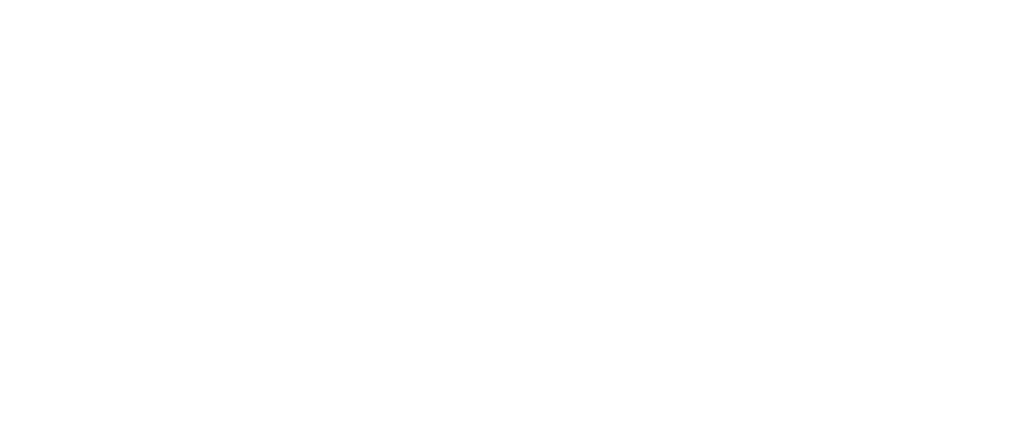
<source format=kicad_pcb>
(kicad_pcb
	(version 20241229)
	(generator "pcbnew")
	(generator_version "9.0")
	(general
		(thickness 1.6)
		(legacy_teardrops no)
	)
	(paper "A4")
	(layers
		(0 "F.Cu" signal)
		(2 "B.Cu" signal)
		(9 "F.Adhes" user "F.Adhesive")
		(11 "B.Adhes" user "B.Adhesive")
		(13 "F.Paste" user)
		(15 "B.Paste" user)
		(5 "F.SilkS" user "F.Silkscreen")
		(7 "B.SilkS" user "B.Silkscreen")
		(1 "F.Mask" user)
		(3 "B.Mask" user)
		(17 "Dwgs.User" user "User.Drawings")
		(19 "Cmts.User" user "User.Comments")
		(21 "Eco1.User" user "User.Eco1")
		(23 "Eco2.User" user "User.Eco2")
		(25 "Edge.Cuts" user)
		(27 "Margin" user)
		(31 "F.CrtYd" user "F.Courtyard")
		(29 "B.CrtYd" user "B.Courtyard")
		(35 "F.Fab" user)
		(33 "B.Fab" user)
		(39 "User.1" user)
		(41 "User.2" user)
		(43 "User.3" user)
		(45 "User.4" user)
	)
	(setup
		(pad_to_mask_clearance 0)
		(allow_soldermask_bridges_in_footprints no)
		(tenting front back)
		(pcbplotparams
			(layerselection 0x00000000_00000000_55555555_5755f5ff)
			(plot_on_all_layers_selection 0x00000000_00000000_00000000_00000000)
			(disableapertmacros no)
			(usegerberextensions no)
			(usegerberattributes yes)
			(usegerberadvancedattributes yes)
			(creategerberjobfile yes)
			(dashed_line_dash_ratio 12.000000)
			(dashed_line_gap_ratio 3.000000)
			(svgprecision 4)
			(plotframeref no)
			(mode 1)
			(useauxorigin no)
			(hpglpennumber 1)
			(hpglpenspeed 20)
			(hpglpendiameter 15.000000)
			(pdf_front_fp_property_popups yes)
			(pdf_back_fp_property_popups yes)
			(pdf_metadata yes)
			(pdf_single_document no)
			(dxfpolygonmode yes)
			(dxfimperialunits yes)
			(dxfusepcbnewfont yes)
			(psnegative no)
			(psa4output no)
			(plot_black_and_white yes)
			(sketchpadsonfab no)
			(plotpadnumbers no)
			(hidednponfab no)
			(sketchdnponfab yes)
			(crossoutdnponfab yes)
			(subtractmaskfromsilk no)
			(outputformat 1)
			(mirror no)
			(drillshape 1)
			(scaleselection 1)
			(outputdirectory "")
		)
	)
	(net 0 "")
	(gr_poly
		(pts
			(xy 171.59336 127.455794) (xy 157.59336 127.455794) (xy 157.59336 113.455794) (xy 171.59336 113.455794)
		)
		(stroke
			(width 0.009999)
			(type solid)
			(color 255 0 0 1)
		)
		(fill no)
		(layer "Dwgs.User")
		(uuid "076a62f2-074a-44c6-ad1b-4155dfcc1340")
	)
	(gr_poly
		(pts
			(xy 209.693366 89.355792) (xy 195.693366 89.355792) (xy 195.693366 75.355792) (xy 209.693366 75.355792)
		)
		(stroke
			(width 0.009999)
			(type solid)
			(color 255 0 0 1)
		)
		(fill no)
		(layer "Dwgs.User")
		(uuid "08dc1e05-5fff-48bc-90f7-a5293126eca1")
	)
	(gr_poly
		(pts
			(xy 152.543365 108.405791) (xy 138.543365 108.405791) (xy 138.543365 94.405791) (xy 152.543365 94.405791)
		)
		(stroke
			(width 0.009999)
			(type solid)
			(color 255 0 0 1)
		)
		(fill no)
		(layer "Dwgs.User")
		(uuid "142e2141-8e34-4cfb-adb9-5f2eb100b8a5")
	)
	(gr_poly
		(pts
			(xy 97.489609 88.489617) (xy 97.662078 88.502731) (xy 97.832039 88.524328) (xy 97.999279 88.554194)
			(xy 98.163585 88.592115) (xy 98.324743 88.637879) (xy 98.48254 88.691271) (xy 98.636763 88.752079)
			(xy 98.787197 88.820089) (xy 98.933631 88.895087) (xy 99.075849 88.976861) (xy 99.21364 89.065196)
			(xy 99.346789 89.15988) (xy 99.475083 89.260699) (xy 99.598309 89.36744) (xy 99.716254 89.47989)
			(xy 99.828703 89.597834) (xy 99.935444 89.72106) (xy 100.036264 89.849354) (xy 100.130948 89.982503)
			(xy 100.219284 90.120293) (xy 100.301058 90.262512) (xy 100.376056 90.408945) (xy 100.444066 90.55938)
			(xy 100.504874 90.713603) (xy 100.558267 90.8714) (xy 100.60403 91.032558) (xy 100.641952 91.196865)
			(xy 100.671818 91.364105) (xy 100.693415 91.534067) (xy 100.706529 91.706537) (xy 100.710948 91.881301)
			(xy 100.706529 92.056064) (xy 100.693415 92.228534) (xy 100.671818 92.398496) (xy 100.641952 92.565737)
			(xy 100.60403 92.730043) (xy 100.558267 92.891201) (xy 100.504874 93.048999) (xy 100.444066 93.203221)
			(xy 100.376056 93.353656) (xy 100.301058 93.500089) (xy 100.219284 93.642308) (xy 100.130948 93.780098)
			(xy 100.036264 93.913247) (xy 99.935444 94.041542) (xy 99.828703 94.164767) (xy 99.716254 94.282712)
			(xy 99.598309 94.395161) (xy 99.475083 94.501902) (xy 99.346789 94.602721) (xy 99.21364 94.697405)
			(xy 99.075849 94.785741) (xy 98.933631 94.867514) (xy 98.787197 94.942513) (xy 98.636763 95.010522)
			(xy 98.48254 95.07133) (xy 98.324743 95.124722) (xy 98.163585 95.170486) (xy 97.999279 95.208407)
			(xy 97.832039 95.238273) (xy 97.662078 95.25987) (xy 97.489609 95.272985) (xy 97.314845 95.277404)
			(xy 97.140082 95.272985) (xy 96.967613 95.25987) (xy 96.797652 95.238273) (xy 96.630412 95.208407)
			(xy 96.466106 95.170486) (xy 96.304948 95.124722) (xy 96.147151 95.07133) (xy 95.992928 95.010522)
			(xy 95.842493 94.942513) (xy 95.69606 94.867514) (xy 95.553842 94.785741) (xy 95.416051 94.697405)
			(xy 95.282902 94.602721) (xy 95.154608 94.501902) (xy 95.031382 94.395161) (xy 94.913437 94.282712)
			(xy 94.800988 94.164767) (xy 94.694247 94.041542) (xy 94.593427 93.913247) (xy 94.498743 93.780098)
			(xy 94.410407 93.642308) (xy 94.328633 93.500089) (xy 94.253635 93.353656) (xy 94.185625 93.203221)
			(xy 94.124817 93.048999) (xy 94.071424 92.891201) (xy 94.025661 92.730043) (xy 93.987739 92.565737)
			(xy 93.957873 92.398496) (xy 93.936276 92.228534) (xy 93.923162 92.056064) (xy 93.918743 91.881301)
			(xy 93.923162 91.706537) (xy 93.936276 91.534067) (xy 93.957873 91.364105) (xy 93.987739 91.196865)
			(xy 94.025661 91.032558) (xy 94.071424 90.8714) (xy 94.124817 90.713603) (xy 94.185625 90.55938)
			(xy 94.253635 90.408945) (xy 94.328633 90.262512) (xy 94.410407 90.120293) (xy 94.498743 89.982503)
			(xy 94.593427 89.849354) (xy 94.694247 89.72106) (xy 94.800988 89.597834) (xy 94.913437 89.47989)
			(xy 95.031382 89.36744) (xy 95.154608 89.260699) (xy 95.282902 89.15988) (xy 95.416051 89.065196)
			(xy 95.553842 88.976861) (xy 95.69606 88.895087) (xy 95.842493 88.820089) (xy 95.992928 88.752079)
			(xy 96.147151 88.691271) (xy 96.304948 88.637879) (xy 96.466106 88.592115) (xy 96.630412 88.554194)
			(xy 96.797652 88.524328) (xy 96.967613 88.502731) (xy 97.140082 88.489617) (xy 97.314845 88.485198)
		)
		(stroke
			(width 0.007791)
			(type solid)
			(color 255 0 0 1)
		)
		(fill no)
		(layer "Dwgs.User")
		(uuid "19ce5cf0-7b68-4cd2-9470-2d9310a0787e")
	)
	(gr_poly
		(pts
			(xy 152.543365 70.305791) (xy 138.543365 70.305791) (xy 138.543365 56.305792) (xy 152.543365 56.305792)
		)
		(stroke
			(width 0.009999)
			(type solid)
			(color 255 0 0 1)
		)
		(fill no)
		(layer "Dwgs.User")
		(uuid "214085ff-d39d-4b2e-ab08-83de213e0cd6")
	)
	(gr_poly
		(pts
			(xy 133.493362 127.455794) (xy 119.493362 127.455794) (xy 119.493362 113.455794) (xy 133.493362 113.455794)
		)
		(stroke
			(width 0.009999)
			(type solid)
			(color 255 0 0 1)
		)
		(fill no)
		(layer "Dwgs.User")
		(uuid "2346b3c1-49e8-4da0-8a09-a2eaf97564ff")
	)
	(gr_poly
		(pts
			(xy 152.543365 127.455794) (xy 138.543365 127.455794) (xy 138.543365 113.455794) (xy 152.543365 113.455794)
		)
		(stroke
			(width 0.009999)
			(type solid)
			(color 255 0 0 1)
		)
		(fill no)
		(layer "Dwgs.User")
		(uuid "3134ee6d-14c3-4c2e-a69b-1d1aa6f02153")
	)
	(gr_poly
		(pts
			(xy 212.21836 129.981795) (xy 116.968368 129.981795) (xy 116.968368 53.780792) (xy 212.21836 53.780792)
		)
		(stroke
			(width 0.009999)
			(type solid)
			(color 255 0 0 1)
		)
		(fill no)
		(layer "Dwgs.User")
		(uuid "3724ad30-d4cf-4855-ab99-0b27210bdf5a")
	)
	(gr_poly
		(pts
			(xy 152.543365 89.355792) (xy 138.543365 89.355792) (xy 138.543365 75.355792) (xy 152.543365 75.355792)
		)
		(stroke
			(width 0.009999)
			(type solid)
			(color 255 0 0 1)
		)
		(fill no)
		(layer "Dwgs.User")
		(uuid "3aef6dfc-7404-489a-af15-d9059f38bc86")
	)
	(gr_poly
		(pts
			(xy 145.678229 109.37845) (xy 145.75425 109.38423) (xy 145.829167 109.39375) (xy 145.902884 109.406915)
			(xy 145.975308 109.42363) (xy 146.046344 109.443802) (xy 146.115899 109.467337) (xy 146.183878 109.49414)
			(xy 146.250187 109.524118) (xy 146.314733 109.557176) (xy 146.377421 109.593221) (xy 146.438157 109.632158)
			(xy 146.496848 109.673894) (xy 146.553398 109.718334) (xy 146.607714 109.765384) (xy 146.659703 109.81495)
			(xy 146.709269 109.866938) (xy 146.756319 109.921254) (xy 146.800759 109.977804) (xy 146.842495 110.036494)
			(xy 146.881432 110.09723) (xy 146.917477 110.159918) (xy 146.950535 110.224463) (xy 146.980513 110.290772)
			(xy 147.007317 110.358751) (xy 147.030851 110.428305) (xy 147.051023 110.499341) (xy 147.067739 110.571764)
			(xy 147.080903 110.645481) (xy 147.090423 110.720397) (xy 147.096204 110.796418) (xy 147.098152 110.87345)
			(xy 147.096204 110.950484) (xy 147.090423 111.026506) (xy 147.080903 111.101423) (xy 147.067739 111.175141)
			(xy 147.051023 111.247565) (xy 147.030851 111.318602) (xy 147.007317 111.388157) (xy 146.980513 111.456136)
			(xy 146.950535 111.522446) (xy 146.917477 111.586992) (xy 146.881432 111.649681) (xy 146.842495 111.710417)
			(xy 146.800759 111.769108) (xy 146.756319 111.825658) (xy 146.709269 111.879975) (xy 146.659703 111.931964)
			(xy 146.607714 111.98153) (xy 146.553398 112.02858) (xy 146.496848 112.07302) (xy 146.438157 112.114756)
			(xy 146.377421 112.153693) (xy 146.314733 112.189738) (xy 146.250187 112.222797) (xy 146.183878 112.252775)
			(xy 146.115899 112.279578) (xy 146.046344 112.303113) (xy 145.975308 112.323285) (xy 145.902884 112.340001)
			(xy 145.829167 112.353165) (xy 145.75425 112.362685) (xy 145.678229 112.368466) (xy 145.601196 112.370413)
			(xy 145.524163 112.368466) (xy 145.448141 112.362685) (xy 145.373225 112.353165) (xy 145.299507 112.340001)
			(xy 145.227084 112.323285) (xy 145.156048 112.303113) (xy 145.086493 112.279578) (xy 145.018514 112.252775)
			(xy 144.952204 112.222797) (xy 144.887658 112.189738) (xy 144.82497 112.153693) (xy 144.764234 112.114756)
			(xy 144.705544 112.07302) (xy 144.648994 112.02858) (xy 144.594677 111.98153) (xy 144.542689 111.931964)
			(xy 144.493123 111.879975) (xy 144.446072 111.825658) (xy 144.401633 111.769108) (xy 144.359897 111.710417)
			(xy 144.32096 111.649681) (xy 144.284915 111.586992) (xy 144.251856 111.522446) (xy 144.221878 111.456136)
			(xy 144.195075 111.388157) (xy 144.17154 111.318602) (xy 144.151368 111.247565) (xy 144.134653 111.175141)
			(xy 144.121488 111.101423) (xy 144.111968 111.026506) (xy 144.106188 110.950484) (xy 144.10424 110.87345)
			(xy 144.106188 110.796418) (xy 144.111968 110.720397) (xy 144.121488 110.645481) (xy 144.134653 110.571764)
			(xy 144.151368 110.499341) (xy 144.17154 110.428305) (xy 144.195075 110.358751) (xy 144.221878 110.290772)
			(xy 144.251856 110.224463) (xy 144.284915 110.159918) (xy 144.32096 110.09723) (xy 144.359897 110.036494)
			(xy 144.401633 109.977804) (xy 144.446072 109.921254) (xy 144.493123 109.866938) (xy 144.542689 109.81495)
			(xy 144.594677 109.765384) (xy 144.648994 109.718334) (xy 144.705544 109.673894) (xy 144.764234 109.632158)
			(xy 144.82497 109.593221) (xy 144.887658 109.557176) (xy 144.952204 109.524118) (xy 145.018514 109.49414)
			(xy 145.086493 109.467337) (xy 145.156048 109.443802) (xy 145.227084 109.42363) (xy 145.299507 109.406915)
			(xy 145.373225 109.39375) (xy 145.448141 109.38423) (xy 145.524163 109.37845) (xy 145.601196 109.376502)
		)
		(stroke
			(width 0.009999)
			(type solid)
			(color 255 0 0 1)
		)
		(fill no)
		(layer "Dwgs.User")
		(uuid "43789ace-fdad-4f4a-866b-6ca65e817a0f")
	)
	(gr_poly
		(pts
			(xy 171.59336 70.305791) (xy 157.59336 70.305791) (xy 157.59336 56.305792) (xy 171.59336 56.305792)
		)
		(stroke
			(width 0.009999)
			(type solid)
			(color 255 0 0 1)
		)
		(fill no)
		(layer "Dwgs.User")
		(uuid "4afa27a6-1661-4461-80e6-6651bc542da2")
	)
	(gr_poly
		(pts
			(xy 97.489609 60.5) (xy 97.662078 60.513115) (xy 97.832039 60.534712) (xy 97.999279 60.564578) (xy 98.163585 60.602499)
			(xy 98.324743 60.648263) (xy 98.48254 60.701655) (xy 98.636763 60.762463) (xy 98.787197 60.830472)
			(xy 98.933631 60.905471) (xy 99.075849 60.987244) (xy 99.21364 61.07558) (xy 99.346789 61.170264)
			(xy 99.475083 61.271083) (xy 99.598309 61.377824) (xy 99.716254 61.490273) (xy 99.828703 61.608217)
			(xy 99.935444 61.731443) (xy 100.036264 61.859738) (xy 100.130948 61.992887) (xy 100.219284 62.130677)
			(xy 100.301058 62.272896) (xy 100.376056 62.419329) (xy 100.444066 62.569764) (xy 100.504874 62.723986)
			(xy 100.558267 62.881783) (xy 100.60403 63.042942) (xy 100.641952 63.207248) (xy 100.671818 63.374489)
			(xy 100.693415 63.544451) (xy 100.706529 63.71692) (xy 100.710948 63.891684) (xy 100.706529 64.066447)
			(xy 100.693415 64.238916) (xy 100.671818 64.408878) (xy 100.641952 64.576118) (xy 100.60403 64.740424)
			(xy 100.558267 64.901583) (xy 100.504874 65.05938) (xy 100.444066 65.213603) (xy 100.376056 65.364038)
			(xy 100.301058 65.510471) (xy 100.219284 65.65269) (xy 100.130948 65.790481) (xy 100.036264 65.92363)
			(xy 99.935444 66.051925) (xy 99.828703 66.175151) (xy 99.716254 66.293096) (xy 99.598309 66.405546)
			(xy 99.475083 66.512288) (xy 99.346789 66.613107) (xy 99.21364 66.707792) (xy 99.075849 66.796128)
			(xy 98.933631 66.877902) (xy 98.787197 66.952901) (xy 98.636763 67.020911) (xy 98.48254 67.081719)
			(xy 98.324743 67.135112) (xy 98.163585 67.180876) (xy 97.999279 67.218798) (xy 97.832039 67.248664)
			(xy 97.662078 67.270261) (xy 97.489609 67.283376) (xy 97.314845 67.287795) (xy 97.140082 67.283376)
			(xy 96.967613 67.270261) (xy 96.797652 67.248664) (xy 96.630412 67.218798) (xy 96.466106 67.180876)
			(xy 96.304948 67.135112) (xy 96.147151 67.081719) (xy 95.992928 67.020911) (xy 95.842493 66.952901)
			(xy 95.69606 66.877902) (xy 95.553842 66.796128) (xy 95.416051 66.707792) (xy 95.282902 66.613107)
			(xy 95.154608 66.512288) (xy 95.031382 66.405546) (xy 94.913437 66.293096) (xy 94.800988 66.175151)
			(xy 94.694247 66.051925) (xy 94.593427 65.92363) (xy 94.498743 65.790481) (xy 94.410407 65.65269)
			(xy 94.328633 65.510471) (xy 94.253635 65.364038) (xy 94.185625 65.213603) (xy 94.124817 65.05938)
			(xy 94.071424 64.901583) (xy 94.025661 64.740424) (xy 93.987739 64.576118) (xy 93.957873 64.408878)
			(xy 93.936276 64.238916) (xy 93.923162 64.066447) (xy 93.918743 63.891684) (xy 93.923162 63.716921)
			(xy 93.936276 63.544452) (xy 93.957873 63.374491) (xy 93.987739 63.20725) (xy 94.025661 63.042944)
			(xy 94.071424 62.881786) (xy 94.124817 62.723989) (xy 94.185625 62.569767) (xy 94.253635 62.419332)
			(xy 94.328633 62.272899) (xy 94.410407 62.13068) (xy 94.498743 61.99289) (xy 94.593427 61.859741)
			(xy 94.694247 61.731447) (xy 94.800988 61.608221) (xy 94.913437 61.490276) (xy 95.031382 61.377827)
			(xy 95.154608 61.271085) (xy 95.282902 61.170266) (xy 95.416051 61.075582) (xy 95.553842 60.987246)
			(xy 95.69606 60.905472) (xy 95.842493 60.830474) (xy 95.992928 60.762464) (xy 96.147151 60.701656)
			(xy 96.304948 60.648263) (xy 96.466106 60.6025) (xy 96.630412 60.564578) (xy 96.797652 60.534712)
			(xy 96.967613 60.513115) (xy 97.140082 60.5) (xy 97.314845 60.495581)
		)
		(stroke
			(width 0.007791)
			(type solid)
			(color 255 0 0 1)
		)
		(fill no)
		(layer "Dwgs.User")
		(uuid "6d64461d-b737-48ca-8b72-2930eb28a895")
	)
	(gr_poly
		(pts
			(xy 171.59336 108.405791) (xy 157.59336 108.405791) (xy 157.59336 94.405791) (xy 171.59336 94.405791)
		)
		(stroke
			(width 0.009999)
			(type solid)
			(color 255 0 0 1)
		)
		(fill no)
		(layer "Dwgs.User")
		(uuid "739419ae-38e5-495a-8bc8-b8c5ee5c737b")
	)
	(gr_poly
		(pts
			(xy 97.489609 116.479225) (xy 97.662078 116.49234) (xy 97.832039 116.513937) (xy 97.999279 116.543803)
			(xy 98.163585 116.581725) (xy 98.324743 116.627489) (xy 98.48254 116.680882) (xy 98.636763 116.74169)
			(xy 98.787197 116.8097) (xy 98.933631 116.884699) (xy 99.075849 116.966473) (xy 99.21364 117.054809)
			(xy 99.346789 117.149493) (xy 99.475083 117.250313) (xy 99.598309 117.357054) (xy 99.716254 117.469504)
			(xy 99.828703 117.587449) (xy 99.935444 117.710675) (xy 100.036264 117.838969) (xy 100.130948 117.972118)
			(xy 100.219284 118.109909) (xy 100.301058 118.252128) (xy 100.376056 118.398561) (xy 100.444066 118.548995)
			(xy 100.504874 118.703218) (xy 100.558267 118.861014) (xy 100.60403 119.022172) (xy 100.641952 119.186478)
			(xy 100.671818 119.353718) (xy 100.693415 119.523679) (xy 100.706529 119.696147) (xy 100.710948 119.870909)
			(xy 100.706529 120.045672) (xy 100.693415 120.21814) (xy 100.671818 120.388101) (xy 100.641952 120.555341)
			(xy 100.60403 120.719647) (xy 100.558267 120.880804) (xy 100.504874 121.038601) (xy 100.444066 121.192824)
			(xy 100.376056 121.343258) (xy 100.301058 121.489691) (xy 100.219284 121.63191) (xy 100.130948 121.7697)
			(xy 100.036264 121.90285) (xy 99.935444 122.031144) (xy 99.828703 122.15437) (xy 99.716254 122.272315)
			(xy 99.598309 122.384764) (xy 99.475083 122.491506) (xy 99.346789 122.592325) (xy 99.21364 122.68701)
			(xy 99.075849 122.775346) (xy 98.933631 122.85712) (xy 98.787197 122.932119) (xy 98.636763 123.000129)
			(xy 98.48254 123.060937) (xy 98.324743 123.11433) (xy 98.163585 123.160094) (xy 97.999279 123.198015)
			(xy 97.832039 123.227881) (xy 97.662078 123.249479) (xy 97.489609 123.262593) (xy 97.314845 123.267012)
			(xy 97.140082 123.262593) (xy 96.967613 123.249479) (xy 96.797652 123.227881) (xy 96.630412 123.198015)
			(xy 96.466106 123.160094) (xy 96.304948 123.11433) (xy 96.147151 123.060937) (xy 95.992928 123.000129)
			(xy 95.842493 122.932119) (xy 95.69606 122.85712) (xy 95.553842 122.775346) (xy 95.416051 122.68701)
			(xy 95.282902 122.592325) (xy 95.154608 122.491506) (xy 95.031382 122.384764) (xy 94.913437 122.272315)
			(xy 94.800988 122.15437) (xy 94.694247 122.031144) (xy 94.593427 121.90285) (xy 94.498743 121.7697)
			(xy 94.410407 121.63191) (xy 94.328633 121.489691) (xy 94.253635 121.343258) (xy 94.185625 121.192824)
			(xy 94.124817 121.038601) (xy 94.071424 120.880804) (xy 94.025661 120.719647) (xy 93.987739 120.555341)
			(xy 93.957873 120.388101) (xy 93.936276 120.21814) (xy 93.923162 120.045672) (xy 93.918743 119.870909)
			(xy 93.923162 119.696146) (xy 93.936276 119.523676) (xy 93.957873 119.353714) (xy 93.987739 119.186473)
			(xy 94.025661 119.022167) (xy 94.071424 118.861009) (xy 94.124817 118.703211) (xy 94.185625 118.548989)
			(xy 94.253635 118.398554) (xy 94.328633 118.252121) (xy 94.410407 118.109902) (xy 94.498743 117.972112)
			(xy 94.593427 117.838963) (xy 94.694247 117.710669) (xy 94.800988 117.587443) (xy 94.913437 117.469498)
			(xy 95.031382 117.357049) (xy 95.154608 117.250308) (xy 95.282902 117.149489) (xy 95.416051 117.054805)
			(xy 95.553842 116.966469) (xy 95.69606 116.884696) (xy 95.842493 116.809697) (xy 95.992928 116.741688)
			(xy 96.147151 116.68088) (xy 96.304948 116.627488) (xy 96.466106 116.581724) (xy 96.630412 116.543803)
			(xy 96.797652 116.513937) (xy 96.967613 116.49234) (xy 97.140082 116.479225) (xy 97.314845 116.474807)
		)
		(stroke
			(width 0.007791)
			(type solid)
			(color 255 0 0 1)
		)
		(fill no)
		(layer "Dwgs.User")
		(uuid "743052e2-7513-4cd4-be24-bc7002574bb9")
	)
	(gr_poly
		(pts
			(xy 183.662551 109.37845) (xy 183.738573 109.38423) (xy 183.81349 109.39375) (xy 183.887208 109.406915)
			(xy 183.959632 109.42363) (xy 184.030669 109.443802) (xy 184.100224 109.467337) (xy 184.168204 109.49414)
			(xy 184.234514 109.524118) (xy 184.29906 109.557176) (xy 184.361748 109.593221) (xy 184.422485 109.632158)
			(xy 184.481175 109.673894) (xy 184.537726 109.718334) (xy 184.592042 109.765384) (xy 184.644031 109.81495)
			(xy 184.693597 109.866938) (xy 184.740648 109.921254) (xy 184.785088 109.977804) (xy 184.826823 110.036494)
			(xy 184.865761 110.09723) (xy 184.901806 110.159918) (xy 184.934864 110.224463) (xy 184.964842 110.290772)
			(xy 184.991646 110.358751) (xy 185.01518 110.428305) (xy 185.035353 110.499341) (xy 185.052068 110.571764)
			(xy 185.065232 110.645481) (xy 185.074752 110.720397) (xy 185.080533 110.796418) (xy 185.082481 110.87345)
			(xy 185.080533 110.950484) (xy 185.074752 111.026506) (xy 185.065232 111.101423) (xy 185.052068 111.175141)
			(xy 185.035353 111.247565) (xy 185.01518 111.318602) (xy 184.991646 111.388157) (xy 184.964842 111.456136)
			(xy 184.934864 111.522446) (xy 184.901806 111.586992) (xy 184.865761 111.649681) (xy 184.826823 111.710417)
			(xy 184.785088 111.769108) (xy 184.740648 111.825658) (xy 184.693597 111.879975) (xy 184.644031 111.931964)
			(xy 184.592042 111.98153) (xy 184.537726 112.02858) (xy 184.481175 112.07302) (xy 184.422485 112.114756)
			(xy 184.361748 112.153693) (xy 184.29906 112.189738) (xy 184.234514 112.222797) (xy 184.168204 112.252775)
			(xy 184.100224 112.279578) (xy 184.030669 112.303113) (xy 183.959632 112.323285) (xy 183.887208 112.340001)
			(xy 183.81349 112.353165) (xy 183.738573 112.362685) (xy 183.662551 112.368466) (xy 183.585517 112.370413)
			(xy 183.508485 112.368466) (xy 183.432464 112.362685) (xy 183.357548 112.353165) (xy 183.283832 112.340001)
			(xy 183.211408 112.323285) (xy 183.140373 112.303113) (xy 183.070818 112.279578) (xy 183.00284 112.252775)
			(xy 182.936531 112.222797) (xy 182.871985 112.189738) (xy 182.809298 112.153693) (xy 182.748562 112.114756)
			(xy 182.689872 112.07302) (xy 182.633321 112.02858) (xy 182.579005 111.98153) (xy 182.527017 111.931964)
			(xy 182.477451 111.879975) (xy 182.430401 111.825658) (xy 182.385961 111.769108) (xy 182.344226 111.710417)
			(xy 182.305289 111.649681) (xy 182.269244 111.586992) (xy 182.236185 111.522446) (xy 182.206207 111.456136)
			(xy 182.179404 111.388157) (xy 182.155869 111.318602) (xy 182.135697 111.247565) (xy 182.118982 111.175141)
			(xy 182.105817 111.101423) (xy 182.096298 111.026506) (xy 182.090517 110.950484) (xy 182.088569 110.87345)
			(xy 182.090517 110.796418) (xy 182.096298 110.720397) (xy 182.105817 110.645481) (xy 182.118982 110.571764)
			(xy 182.135697 110.499341) (xy 182.155869 110.428305) (xy 182.179404 110.358751) (xy 182.206207 110.290772)
			(xy 182.236185 110.224463) (xy 182.269244 110.159918) (xy 182.305289 110.09723) (xy 182.344226 110.036494)
			(xy 182.385961 109.977804) (xy 182.430401 109.921254) (xy 182.477451 109.866938) (xy 182.527017 109.81495)
			(xy 182.579005 109.765384) (xy 182.633321 109.718334) (xy 182.689872 109.673894) (xy 182.748562 109.632158)
			(xy 182.809298 109.593221) (xy 182.871985 109.557176) (xy 182.936531 109.524118) (xy 183.00284 109.49414)
			(xy 183.070818 109.467337) (xy 183.140373 109.443802) (xy 183.211408 109.42363) (xy 183.283832 109.406915)
			(xy 183.357548 109.39375) (xy 183.432464 109.38423) (xy 183.508485 109.37845) (xy 183.585517 109.376502)
		)
		(stroke
			(width 0.009999)
			(type solid)
			(color 255 0 0 1)
		)
		(fill no)
		(layer "Dwgs.User")
		(uuid "7adf6da4-93d9-44df-a255-c2d2590c3a3a")
	)
	(gr_poly
		(pts
			(xy 69.5 88.489617) (xy 69.672469 88.502731) (xy 69.84243 88.524328) (xy 70.009671 88.554194) (xy 70.173976 88.592115)
			(xy 70.335135 88.637879) (xy 70.492932 88.691271) (xy 70.647154 88.752079) (xy 70.797589 88.820089)
			(xy 70.944022 88.895087) (xy 71.086241 88.976861) (xy 71.224031 89.065196) (xy 71.35718 89.15988)
			(xy 71.485474 89.260699) (xy 71.6087 89.36744) (xy 71.726645 89.47989) (xy 71.839094 89.597834) (xy 71.945835 89.72106)
			(xy 72.046655 89.849354) (xy 72.141339 89.982503) (xy 72.229675 90.120293) (xy 72.311449 90.262512)
			(xy 72.386447 90.408945) (xy 72.454457 90.55938) (xy 72.515265 90.713603) (xy 72.568658 90.8714)
			(xy 72.614421 91.032558) (xy 72.652343 91.196865) (xy 72.682209 91.364105) (xy 72.703806 91.534067)
			(xy 72.716921 91.706537) (xy 72.72134 91.881301) (xy 72.716921 92.056064) (xy 72.703806 92.228534)
			(xy 72.682209 92.398496) (xy 72.652343 92.565737) (xy 72.614421 92.730043) (xy 72.568658 92.891201)
			(xy 72.515265 93.048999) (xy 72.454457 93.203221) (xy 72.386447 93.353656) (xy 72.311449 93.500089)
			(xy 72.229675 93.642308) (xy 72.141339 93.780098) (xy 72.046655 93.913247) (xy 71.945835 94.041542)
			(xy 71.839094 94.164767) (xy 71.726645 94.282712) (xy 71.6087 94.395161) (xy 71.485474 94.501902)
			(xy 71.35718 94.602721) (xy 71.224031 94.697405) (xy 71.086241 94.785741) (xy 70.944022 94.867514)
			(xy 70.797589 94.942513) (xy 70.647154 95.010522) (xy 70.492932 95.07133) (xy 70.335135 95.124722)
			(xy 70.173976 95.170486) (xy 70.009671 95.208407) (xy 69.84243 95.238273) (xy 69.672469 95.25987)
			(xy 69.5 95.272985) (xy 69.325237 95.277404) (xy 69.150474 95.272985) (xy 68.978005 95.25987) (xy 68.808044 95.238273)
			(xy 68.640804 95.208407) (xy 68.476498 95.170486) (xy 68.31534 95.124722) (xy 68.157543 95.07133)
			(xy 68.003321 95.010522) (xy 67.852886 94.942513) (xy 67.706453 94.867514) (xy 67.564235 94.785741)
			(xy 67.426444 94.697405) (xy 67.293295 94.602721) (xy 67.165001 94.501902) (xy 67.041775 94.395161)
			(xy 66.92383 94.282712) (xy 66.81138 94.164767) (xy 66.704639 94.041542) (xy 66.60382 93.913247)
			(xy 66.509135 93.780098) (xy 66.420799 93.642308) (xy 66.339025 93.500089) (xy 66.264027 93.353656)
			(xy 66.196017 93.203221) (xy 66.135209 93.048999) (xy 66.081816 92.891201) (xy 66.036052 92.730043)
			(xy 65.998131 92.565737) (xy 65.968265 92.398496) (xy 65.946668 92.228534) (xy 65.933553 92.056064)
			(xy 65.929134 91.881301) (xy 65.933553 91.706537) (xy 65.946668 91.534067) (xy 65.968265 91.364105)
			(xy 65.998131 91.196865) (xy 66.036052 91.032558) (xy 66.081816 90.8714) (xy 66.135209 90.713603)
			(xy 66.196017 90.55938) (xy 66.264027 90.408945) (xy 66.339025 90.262512) (xy 66.420799 90.120293)
			(xy 66.509135 89.982503) (xy 66.60382 89.849354) (xy 66.704639 89.72106) (xy 66.81138 89.597834)
			(xy 66.92383 89.47989) (xy 67.041775 89.36744) (xy 67.165001 89.260699) (xy 67.293295 89.15988) (xy 67.426444 89.065196)
			(xy 67.564235 88.976861) (xy 67.706453 88.895087) (xy 67.852886 88.820089) (xy 68.003321 88.752079)
			(xy 68.157543 88.691271) (xy 68.31534 88.637879) (xy 68.476498 88.592115) (xy 68.640804 88.554194)
			(xy 68.808044 88.524328) (xy 68.978005 88.502731) (xy 69.150474 88.489617) (xy 69.325237 88.485198)
		)
		(stroke
			(width 0.007791)
			(type solid)
			(color 255 0 0 1)
		)
		(fill no)
		(layer "Dwgs.User")
		(uuid "7bc1c7b5-d959-4c23-b49d-dd8a254b319d")
	)
	(gr_poly
		(pts
			(xy 190.643363 108.405791) (xy 176.643363 108.405791) (xy 176.643363 94.405791) (xy 190.643363 94.405791)
		)
		(stroke
			(width 0.009999)
			(type solid)
			(color 255 0 0 1)
		)
		(fill no)
		(layer "Dwgs.User")
		(uuid "9daf7a06-5846-49ab-8791-7caa3f0a16af")
	)
	(gr_poly
		(pts
			(xy 190.643363 127.455794) (xy 176.643363 127.455794) (xy 176.643363 113.455794) (xy 190.643363 113.455794)
		)
		(stroke
			(width 0.009999)
			(type solid)
			(color 255 0 0 1)
		)
		(fill no)
		(layer "Dwgs.User")
		(uuid "a4cc8e07-d6e8-4b0a-afe2-dde446eec533")
	)
	(gr_poly
		(pts
			(xy 145.678236 71.394128) (xy 145.754257 71.399909) (xy 145.829173 71.409428) (xy 145.902889 71.422593)
			(xy 145.975312 71.439308) (xy 146.046348 71.45948) (xy 146.115902 71.483015) (xy 146.183881 71.509819)
			(xy 146.25019 71.539796) (xy 146.314735 71.572855) (xy 146.377423 71.6089) (xy 146.438159 71.647837)
			(xy 146.496849 71.689572) (xy 146.553399 71.734012) (xy 146.607715 71.781062) (xy 146.659704 71.830628)
			(xy 146.70927 71.882616) (xy 146.75632 71.936932) (xy 146.800759 71.993483) (xy 146.842495 72.052173)
			(xy 146.881432 72.112909) (xy 146.917477 72.175596) (xy 146.950535 72.240142) (xy 146.980513 72.306451)
			(xy 147.007317 72.374429) (xy 147.030851 72.443984) (xy 147.051023 72.515019) (xy 147.067739 72.587443)
			(xy 147.080903 72.661159) (xy 147.090423 72.736075) (xy 147.096204 72.812096) (xy 147.098152 72.889128)
			(xy 147.096204 72.966162) (xy 147.090423 73.042184) (xy 147.080903 73.117102) (xy 147.067739 73.190819)
			(xy 147.051023 73.263243) (xy 147.030851 73.33428) (xy 147.007317 73.403835) (xy 146.980513 73.471815)
			(xy 146.950535 73.538125) (xy 146.917477 73.602671) (xy 146.881432 73.665359) (xy 146.842495 73.726096)
			(xy 146.800759 73.784786) (xy 146.75632 73.841337) (xy 146.70927 73.895653) (xy 146.659704 73.947642)
			(xy 146.607715 73.997208) (xy 146.553399 74.044259) (xy 146.496849 74.088699) (xy 146.438159 74.130434)
			(xy 146.377423 74.169372) (xy 146.314735 74.205417) (xy 146.25019 74.238475) (xy 146.183881 74.268453)
			(xy 146.115902 74.295257) (xy 146.046348 74.318791) (xy 145.975312 74.338964) (xy 145.902889 74.355679)
			(xy 145.829173 74.368844) (xy 145.754257 74.378363) (xy 145.678236 74.384144) (xy 145.601203 74.386092)
			(xy 145.52417 74.384144) (xy 145.448147 74.378363) (xy 145.37323 74.368844) (xy 145.299513 74.355679)
			(xy 145.227089 74.338964) (xy 145.156052 74.318791) (xy 145.086497 74.295257) (xy 145.018518 74.268453)
			(xy 144.952209 74.238475) (xy 144.887663 74.205417) (xy 144.824975 74.169372) (xy 144.764239 74.130434)
			(xy 144.705548 74.088699) (xy 144.648998 74.044259) (xy 144.594682 73.997208) (xy 144.542694 73.947642)
			(xy 144.493127 73.895653) (xy 144.446078 73.841337) (xy 144.401638 73.784786) (xy 144.359902 73.726096)
			(xy 144.320965 73.665359) (xy 144.284921 73.602671) (xy 144.251863 73.538125) (xy 144.221885 73.471815)
			(xy 144.195082 73.403835) (xy 144.171547 73.33428) (xy 144.151375 73.263243) (xy 144.13466 73.190819)
			(xy 144.121496 73.117102) (xy 144.111976 73.042184) (xy 144.106195 72.966162) (xy 144.104247 72.889128)
			(xy 144.106195 72.812096) (xy 144.111976 72.736075) (xy 144.121496 72.661159) (xy 144.13466 72.587443)
			(xy 144.151376 72.515019) (xy 144.171548 72.443984) (xy 144.195083 72.374429) (xy 144.221886 72.306451)
			(xy 144.251864 72.240142) (xy 144.284922 72.175596) (xy 144.320967 72.112909) (xy 144.359905 72.052173)
			(xy 144.40164 71.993483) (xy 144.44608 71.936932) (xy 144.49313 71.882616) (xy 144.542696 71.830628)
			(xy 144.594685 71.781062) (xy 144.649001 71.734012) (xy 144.705552 71.689572) (xy 144.764242 71.647837)
			(xy 144.824978 71.6089) (xy 144.887666 71.572855) (xy 144.952212 71.539796) (xy 145.018521 71.509819)
			(xy 145.0865 71.483015) (xy 145.156055 71.45948) (xy 145.227091 71.439308) (xy 145.299515 71.422593)
			(xy 145.373232 71.409428) (xy 145.448149 71.399909) (xy 145.52417 71.394128) (xy 145.601203 71.39218)
		)
		(stroke
			(width 0.009999)
			(type solid)
			(color 255 0 0 1)
		)
		(fill no)
		(layer "Dwgs.User")
		(uuid "a823622f-781a-495a-8b77-9db3a5974841")
	)
	(gr_poly
		(pts
			(xy 190.643363 70.305791) (xy 176.643363 70.305791) (xy 176.643363 56.305792) (xy 190.643363 56.305792)
		)
		(stroke
			(width 0.009999)
			(type solid)
			(color 255 0 0 1)
		)
		(fill no)
		(layer "Dwgs.User")
		(uuid "b84c029e-02eb-4130-9735-db0c3859e698")
	)
	(gr_poly
		(pts
			(xy 190.643363 89.355792) (xy 176.643363 89.355792) (xy 176.643363 75.355792) (xy 190.643363 75.355792)
		)
		(stroke
			(width 0.009999)
			(type solid)
			(color 255 0 0 1)
		)
		(fill no)
		(layer "Dwgs.User")
		(uuid "b90fbc34-af65-421c-b713-761fd5141797")
	)
	(gr_poly
		(pts
			(xy 69.5 60.5) (xy 69.672469 60.513115) (xy 69.84243 60.534712) (xy 70.009671 60.564578) (xy 70.173976 60.602499)
			(xy 70.335135 60.648263) (xy 70.492932 60.701655) (xy 70.647154 60.762463) (xy 70.797589 60.830472)
			(xy 70.944022 60.905471) (xy 71.086241 60.987244) (xy 71.224031 61.07558) (xy 71.35718 61.170264)
			(xy 71.485474 61.271083) (xy 71.6087 61.377824) (xy 71.726645 61.490273) (xy 71.839094 61.608217)
			(xy 71.945835 61.731443) (xy 72.046655 61.859738) (xy 72.141339 61.992887) (xy 72.229675 62.130677)
			(xy 72.311449 62.272896) (xy 72.386447 62.419329) (xy 72.454457 62.569764) (xy 72.515265 62.723986)
			(xy 72.568658 62.881783) (xy 72.614421 63.042942) (xy 72.652343 63.207248) (xy 72.682209 63.374489)
			(xy 72.703806 63.544451) (xy 72.716921 63.71692) (xy 72.72134 63.891684) (xy 72.716921 64.066447)
			(xy 72.703806 64.238916) (xy 72.682209 64.408878) (xy 72.652343 64.576118) (xy 72.614421 64.740424)
			(xy 72.568658 64.901583) (xy 72.515265 65.05938) (xy 72.454457 65.213603) (xy 72.386447 65.364038)
			(xy 72.311449 65.510471) (xy 72.229675 65.65269) (xy 72.141339 65.790481) (xy 72.046655 65.92363)
			(xy 71.945835 66.051925) (xy 71.839094 66.175151) (xy 71.726645 66.293096) (xy 71.6087 66.405546)
			(xy 71.485474 66.512288) (xy 71.35718 66.613107) (xy 71.224031 66.707792) (xy 71.086241 66.796128)
			(xy 70.944022 66.877902) (xy 70.797589 66.952901) (xy 70.647154 67.020911) (xy 70.492932 67.081719)
			(xy 70.335135 67.135112) (xy 70.173976 67.180876) (xy 70.009671 67.218798) (xy 69.84243 67.248664)
			(xy 69.672469 67.270261) (xy 69.5 67.283376) (xy 69.325237 67.287795) (xy 69.150474 67.283376) (xy 68.978005 67.270261)
			(xy 68.808044 67.248664) (xy 68.640804 67.218798) (xy 68.476498 67.180876) (xy 68.31534 67.135112)
			(xy 68.157543 67.081719) (xy 68.003321 67.020911) (xy 67.852886 66.952901) (xy 67.706453 66.877902)
			(xy 67.564235 66.796128) (xy 67.426444 66.707792) (xy 67.293295 66.613107) (xy 67.165001 66.512288)
			(xy 67.041775 66.405546) (xy 66.92383 66.293096) (xy 66.81138 66.175151) (xy 66.704639 66.051925)
			(xy 66.60382 65.92363) (xy 66.509135 65.790481) (xy 66.420799 65.65269) (xy 66.339025 65.510471)
			(xy 66.264027 65.364038) (xy 66.196017 65.213603) (xy 66.135209 65.05938) (xy 66.081816 64.901583)
			(xy 66.036052 64.740424) (xy 65.998131 64.576118) (xy 65.968265 64.408878) (xy 65.946668 64.238916)
			(xy 65.933553 64.066447) (xy 65.929134 63.891684) (xy 65.933553 63.716921) (xy 65.946668 63.544452)
			(xy 65.968265 63.374491) (xy 65.998131 63.20725) (xy 66.036052 63.042944) (xy 66.081816 62.881786)
			(xy 66.135209 62.723989) (xy 66.196017 62.569767) (xy 66.264027 62.419332) (xy 66.339025 62.272899)
			(xy 66.420799 62.13068) (xy 66.509135 61.99289) (xy 66.60382 61.859741) (xy 66.704639 61.731447)
			(xy 66.81138 61.608221) (xy 66.92383 61.490276) (xy 67.041775 61.377827) (xy 67.165001 61.271085)
			(xy 67.293295 61.170266) (xy 67.426444 61.075582) (xy 67.564235 60.987246) (xy 67.706453 60.905472)
			(xy 67.852886 60.830474) (xy 68.003321 60.762464) (xy 68.157543 60.701656) (xy 68.31534 60.648263)
			(xy 68.476498 60.6025) (xy 68.640804 60.564578) (xy 68.808044 60.534712) (xy 68.978005 60.513115)
			(xy 69.150474 60.5) (xy 69.325237 60.495581)
		)
		(stroke
			(width 0.007791)
			(type solid)
			(color 255 0 0 1)
		)
		(fill no)
		(layer "Dwgs.User")
		(uuid "be480556-d920-42ef-a55c-851d3ad02dcf")
	)
	(gr_poly
		(pts
			(xy 69.5 116.479225) (xy 69.672469 116.49234) (xy 69.84243 116.513937) (xy 70.009671 116.543803)
			(xy 70.173976 116.581725) (xy 70.335135 116.627489) (xy 70.492932 116.680882) (xy 70.647154 116.74169)
			(xy 70.797589 116.8097) (xy 70.944022 116.884699) (xy 71.086241 116.966473) (xy 71.224031 117.054809)
			(xy 71.35718 117.149493) (xy 71.485474 117.250313) (xy 71.6087 117.357054) (xy 71.726645 117.469504)
			(xy 71.839094 117.587449) (xy 71.945835 117.710675) (xy 72.046655 117.838969) (xy 72.141339 117.972118)
			(xy 72.229675 118.109909) (xy 72.311449 118.252128) (xy 72.386447 118.398561) (xy 72.454457 118.548995)
			(xy 72.515265 118.703218) (xy 72.568658 118.861014) (xy 72.614421 119.022172) (xy 72.652343 119.186478)
			(xy 72.682209 119.353718) (xy 72.703806 119.523679) (xy 72.716921 119.696147) (xy 72.72134 119.870909)
			(xy 72.716921 120.045672) (xy 72.703806 120.21814) (xy 72.682209 120.388101) (xy 72.652343 120.555341)
			(xy 72.614421 120.719647) (xy 72.568658 120.880804) (xy 72.515265 121.038601) (xy 72.454457 121.192824)
			(xy 72.386447 121.343258) (xy 72.311449 121.489691) (xy 72.229675 121.63191) (xy 72.141339 121.7697)
			(xy 72.046655 121.90285) (xy 71.945835 122.031144) (xy 71.839094 122.15437) (xy 71.726645 122.272315)
			(xy 71.6087 122.384764) (xy 71.485474 122.491506) (xy 71.35718 122.592325) (xy 71.224031 122.68701)
			(xy 71.086241 122.775346) (xy 70.944022 122.85712) (xy 70.797589 122.932119) (xy 70.647154 123.000129)
			(xy 70.492932 123.060937) (xy 70.335135 123.11433) (xy 70.173976 123.160094) (xy 70.009671 123.198015)
			(xy 69.84243 123.227881) (xy 69.672469 123.249479) (xy 69.5 123.262593) (xy 69.325237 123.267012)
			(xy 69.150474 123.262593) (xy 68.978005 123.249479) (xy 68.808044 123.227881) (xy 68.640804 123.198015)
			(xy 68.476498 123.160094) (xy 68.31534 123.11433) (xy 68.157543 123.060937) (xy 68.003321 123.000129)
			(xy 67.852886 122.932119) (xy 67.706453 122.85712) (xy 67.564235 122.775346) (xy 67.426444 122.68701)
			(xy 67.293295 122.592325) (xy 67.165001 122.491506) (xy 67.041775 122.384764) (xy 66.92383 122.272315)
			(xy 66.81138 122.15437) (xy 66.704639 122.031144) (xy 66.60382 121.90285) (xy 66.509135 121.7697)
			(xy 66.420799 121.63191) (xy 66.339025 121.489691) (xy 66.264027 121.343258) (xy 66.196017 121.192824)
			(xy 66.135209 121.038601) (xy 66.081816 120.880804) (xy 66.036052 120.719647) (xy 65.998131 120.555341)
			(xy 65.968265 120.388101) (xy 65.946668 120.21814) (xy 65.933553 120.045672) (xy 65.929134 119.870909)
			(xy 65.933553 119.696146) (xy 65.946668 119.523676) (xy 65.968265 119.353714) (xy 65.998131 119.186473)
			(xy 66.036052 119.022167) (xy 66.081816 118.861009) (xy 66.135209 118.703211) (xy 66.196017 118.548989)
			(xy 66.264027 118.398554) (xy 66.339025 118.252121) (xy 66.420799 118.109902) (xy 66.509135 117.972112)
			(xy 66.60382 117.838963) (xy 66.704639 117.710669) (xy 66.81138 117.587443) (xy 66.92383 117.469498)
			(xy 67.041775 117.357049) (xy 67.165001 117.250308) (xy 67.293295 117.149489) (xy 67.426444 117.054805)
			(xy 67.564235 116.966469) (xy 67.706453 116.884696) (xy 67.852886 116.809697) (xy 68.003321 116.741688)
			(xy 68.157543 116.68088) (xy 68.31534 116.627488) (xy 68.476498 116.581724) (xy 68.640804 116.543803)
			(xy 68.808044 116.513937) (xy 68.978005 116.49234) (xy 69.150474 116.479225) (xy 69.325237 116.474807)
		)
		(stroke
			(width 0.007791)
			(type solid)
			(color 255 0 0 1)
		)
		(fill no)
		(layer "Dwgs.User")
		(uuid "c35798d0-c731-472d-aa91-3513499b8b63")
	)
	(gr_poly
		(pts
			(xy 133.493362 70.305791) (xy 119.493362 70.305791) (xy 119.493362 56.305792) (xy 133.493362 56.305792)
		)
		(stroke
			(width 0.009999)
			(type solid)
			(color 255 0 0 1)
		)
		(fill no)
		(layer "Dwgs.User")
		(uuid "c5f2a078-6078-478e-8380-5c1dc368725f")
	)
	(gr_poly
		(pts
			(xy 133.493362 108.405791) (xy 119.493362 108.405791) (xy 119.493362 94.405791) (xy 133.493362 94.405791)
		)
		(stroke
			(width 0.009999)
			(type solid)
			(color 255 0 0 1)
		)
		(fill no)
		(layer "Dwgs.User")
		(uuid "c8424127-5161-46b5-a099-2669cbdbf948")
	)
	(gr_poly
		(pts
			(xy 209.693366 70.305791) (xy 195.693366 70.305791) (xy 195.693366 56.305792) (xy 209.693366 56.305792)
		)
		(stroke
			(width 0.009999)
			(type solid)
			(color 255 0 0 1)
		)
		(fill no)
		(layer "Dwgs.User")
		(uuid "cc59dc32-5233-4dea-90f4-8d47c36a1be6")
	)
	(gr_poly
		(pts
			(xy 209.693366 108.405791) (xy 195.693366 108.405791) (xy 195.693366 94.405791) (xy 209.693366 94.405791)
		)
		(stroke
			(width 0.009999)
			(type solid)
			(color 255 0 0 1)
		)
		(fill no)
		(layer "Dwgs.User")
		(uuid "e27eaa62-a1e8-4ac2-9bfb-66e5360a0b8d")
	)
	(gr_poly
		(pts
			(xy 183.662551 71.394128) (xy 183.738573 71.399909) (xy 183.81349 71.409428) (xy 183.887208 71.422593)
			(xy 183.959632 71.439308) (xy 184.030669 71.45948) (xy 184.100224 71.483015) (xy 184.168204 71.509819)
			(xy 184.234514 71.539796) (xy 184.29906 71.572855) (xy 184.361748 71.6089) (xy 184.422485 71.647837)
			(xy 184.481175 71.689572) (xy 184.537726 71.734012) (xy 184.592042 71.781062) (xy 184.644031 71.830628)
			(xy 184.693597 71.882616) (xy 184.740648 71.936932) (xy 184.785088 71.993483) (xy 184.826823 72.052173)
			(xy 184.865761 72.112909) (xy 184.901806 72.175596) (xy 184.934864 72.240142) (xy 184.964842 72.306451)
			(xy 184.991646 72.374429) (xy 185.01518 72.443984) (xy 185.035353 72.515019) (xy 185.052068 72.587443)
			(xy 185.065232 72.661159) (xy 185.074752 72.736075) (xy 185.080533 72.812096) (xy 185.082481 72.889128)
			(xy 185.080533 72.966162) (xy 185.074752 73.042184) (xy 185.065232 73.117102) (xy 185.052068 73.190819)
			(xy 185.035353 73.263243) (xy 185.01518 73.33428) (xy 184.991646 73.403835) (xy 184.964842 73.471815)
			(xy 184.934864 73.538125) (xy 184.901806 73.602671) (xy 184.865761 73.665359) (xy 184.826823 73.726096)
			(xy 184.785088 73.784786) (xy 184.740648 73.841337) (xy 184.693597 73.895653) (xy 184.644031 73.947642)
			(xy 184.592042 73.997208) (xy 184.537726 74.044259) (xy 184.481175 74.088699) (xy 184.422485 74.130434)
			(xy 184.361748 74.169372) (xy 184.29906 74.205417) (xy 184.234514 74.238475) (xy 184.168204 74.268453)
			(xy 184.100224 74.295257) (xy 184.030669 74.318791) (xy 183.959632 74.338964) (xy 183.887208 74.355679)
			(xy 183.81349 74.368844) (xy 183.738573 74.378363) (xy 183.662551 74.384144) (xy 183.585517 74.386092)
			(xy 183.508485 74.384144) (xy 183.432464 74.378363) (xy 183.357548 74.368844) (xy 183.283832 74.355679)
			(xy 183.211408 74.338964) (xy 183.140373 74.318791) (xy 183.070818 74.295257) (xy 183.00284 74.268453)
			(xy 182.936531 74.238475) (xy 182.871985 74.205417) (xy 182.809298 74.169372) (xy 182.748562 74.130434)
			(xy 182.689872 74.088699) (xy 182.633321 74.044259) (xy 182.579005 73.997208) (xy 182.527017 73.947642)
			(xy 182.477451 73.895653) (xy 182.430401 73.841337) (xy 182.385961 73.784786) (xy 182.344226 73.726096)
			(xy 182.305289 73.665359) (xy 182.269244 73.602671) (xy 182.236185 73.538125) (xy 182.206207 73.471815)
			(xy 182.179404 73.403835) (xy 182.155869 73.33428) (xy 182.135697 73.263243) (xy 182.118982 73.190819)
			(xy 182.105817 73.117102) (xy 182.096298 73.042184) (xy 182.090517 72.966162) (xy 182.088569 72.889128)
			(xy 182.090517 72.812096) (xy 182.096298 72.736075) (xy 182.105817 72.661159) (xy 182.118982 72.587443)
			(xy 182.135697 72.515019) (xy 182.155869 72.443984) (xy 182.179404 72.374429) (xy 182.206207 72.306451)
			(xy 182.236185 72.240142) (xy 182.269244 72.175596) (xy 182.305289 72.112909) (xy 182.344226 72.052173)
			(xy 182.385961 71.993483) (xy 182.430401 71.936932) (xy 182.477451 71.882616) (xy 182.527017 71.830628)
			(xy 182.579005 71.781062) (xy 182.633321 71.734012) (xy 182.689872 71.689572) (xy 182.748562 71.647837)
			(xy 182.809298 71.6089) (xy 182.871985 71.572855) (xy 182.936531 71.539796) (xy 183.00284 71.509819)
			(xy 183.070818 71.483015) (xy 183.140373 71.45948) (xy 183.211408 71.439308) (xy 183.283832 71.422593)
			(xy 183.357548 71.409428) (xy 183.432464 71.399909) (xy 183.508485 71.394128) (xy 183.585517 71.39218)
		)
		(stroke
			(width 0.009999)
			(type solid)
			(color 255 0 0 1)
		)
		(fill no)
		(layer "Dwgs.User")
		(uuid "e5a9b4ef-fdd9-4d2b-a79a-e1d3d8204c38")
	)
	(gr_poly
		(pts
			(xy 248.292907 49.38977) (xy 248.44526 49.401355) (xy 248.595398 49.420433) (xy 248.743133 49.446815)
			(xy 248.888275 49.480314) (xy 249.030637 49.52074) (xy 249.170029 49.567905) (xy 249.306264 49.621621)
			(xy 249.439153 49.681698) (xy 249.568507 49.74795) (xy 249.694138 49.820186) (xy 249.815857 49.898219)
			(xy 249.933477 49.98186) (xy 250.046808 50.07092) (xy 250.155661 50.165212) (xy 250.259849 50.264546)
			(xy 250.359183 50.368734) (xy 250.453474 50.477587) (xy 250.542534 50.590918) (xy 250.626175 50.708537)
			(xy 250.704208 50.830257) (xy 250.776444 50.955888) (xy 250.842695 51.085242) (xy 250.902772 51.218131)
			(xy 250.956488 51.354365) (xy 251.003653 51.493758) (xy 251.044079 51.636119) (xy 251.077577 51.781261)
			(xy 251.10396 51.928995) (xy 251.123038 52.079133) (xy 251.134623 52.231486) (xy 251.138526 52.385866)
			(xy 251.138526 131.376715) (xy 251.134623 131.531095) (xy 251.123038 131.683448) (xy 251.10396 131.833585)
			(xy 251.077577 131.98132) (xy 251.044079 132.126462) (xy 251.003653 132.268823) (xy 250.956488 132.408215)
			(xy 250.902772 132.54445) (xy 250.842695 132.677339) (xy 250.776444 132.806693) (xy 250.704208 132.932324)
			(xy 250.626175 133.054043) (xy 250.542534 133.171663) (xy 250.453474 133.284993) (xy 250.359183 133.393847)
			(xy 250.259849 133.498035) (xy 250.155661 133.597369) (xy 250.046808 133.691661) (xy 249.933477 133.780721)
			(xy 249.815857 133.864362) (xy 249.694138 133.942395) (xy 249.568507 134.014631) (xy 249.439153 134.080883)
			(xy 249.306264 134.14096) (xy 249.170029 134.194676) (xy 249.030637 134.241841) (xy 248.888275 134.282267)
			(xy 248.743133 134.315766) (xy 248.595398 134.342149) (xy 248.44526 134.361227) (xy 248.292907 134.372812)
			(xy 248.138526 134.376715) (xy 54.147677 134.376715) (xy 53.993297 134.372812) (xy 53.840944 134.361227)
			(xy 53.690806 134.342149) (xy 53.543072 134.315766) (xy 53.39793 134.282267) (xy 53.255569 134.241841)
			(xy 53.116176 134.194676) (xy 52.979942 134.14096) (xy 52.847053 134.080883) (xy 52.717699 134.014631)
			(xy 52.592068 133.942395) (xy 52.470348 133.864362) (xy 52.352729 133.780721) (xy 52.239398 133.691661)
			(xy 52.130545 133.597369) (xy 52.026357 133.498035) (xy 51.927023 133.393847) (xy 51.832731 133.284993)
			(xy 51.743671 133.171663) (xy 51.66003 133.054043) (xy 51.581997 132.932324) (xy 51.509761 132.806693)
			(xy 51.443509 132.677339) (xy 51.383432 132.54445) (xy 51.329716 132.408215) (xy 51.282551 132.268823)
			(xy 51.242125 132.126462) (xy 51.208626 131.98132) (xy 51.182244 131.833585) (xy 51.163166 131.683448)
			(xy 51.151581 131.531095) (xy 51.147677 131.376715) (xy 51.147677 52.385866) (xy 51.151581 52.231486)
			(xy 51.163166 52.079133) (xy 51.182244 51.928995) (xy 51.208626 51.781261) (xy 51.242125 51.636119)
			(xy 51.282551 51.493758) (xy 51.329716 51.354365) (xy 51.383432 51.218131) (xy 51.443509 51.085242)
			(xy 51.509761 50.955888) (xy 51.581997 50.830257) (xy 51.66003 50.708537) (xy 51.743671 50.590918)
			(xy 51.832731 50.477587) (xy 51.927023 50.368734) (xy 52.026357 50.264546) (xy 52.130545 50.165212)
			(xy 52.239398 50.07092) (xy 52.352729 49.98186) (xy 52.470348 49.898219) (xy 52.592068 49.820186)
			(xy 52.717699 49.74795) (xy 52.847053 49.681698) (xy 52.979942 49.621621) (xy 53.116176 49.567905)
			(xy 53.255569 49.52074) (xy 53.39793 49.480314) (xy 53.543072 49.446815) (xy 53.690806 49.420433)
			(xy 53.840944 49.401355) (xy 53.993297 49.38977) (xy 54.147677 49.385866) (xy 248.138526 49.385866)
		)
		(stroke
			(width 0.009145)
			(type solid)
			(color 255 0 0 1)
		)
		(fill no)
		(layer "Dwgs.User")
		(uuid "ea4ba97d-25f4-481d-a188-2f2269199c24")
	)
	(gr_poly
		(pts
			(xy 209.693366 127.455794) (xy 195.693366 127.455794) (xy 195.693366 113.455794) (xy 209.693366 113.455794)
		)
		(stroke
			(width 0.009999)
			(type solid)
			(color 255 0 0 1)
		)
		(fill no)
		(layer "Dwgs.User")
		(uuid "ea89def5-7724-41c2-8115-acdaa8a9743e")
	)
	(gr_poly
		(pts
			(xy 133.493362 89.355792) (xy 119.493362 89.355792) (xy 119.493362 75.355792) (xy 133.493362 75.355792)
		)
		(stroke
			(width 0.009999)
			(type solid)
			(color 255 0 0 1)
		)
		(fill no)
		(layer "Dwgs.User")
		(uuid "eaaefa02-37f2-48e8-9ecb-9d04332c7a98")
	)
	(gr_poly
		(pts
			(xy 171.59336 89.355792) (xy 157.59336 89.355792) (xy 157.59336 75.355792) (xy 171.59336 75.355792)
		)
		(stroke
			(width 0.009999)
			(type solid)
			(color 255 0 0 1)
		)
		(fill no)
		(layer "Dwgs.User")
		(uuid "f1674406-2dd1-4219-b828-ddd95578bcc1")
	)
	(group ""
		(uuid "ca7ce733-82ed-4fb5-8d34-d0533a80e9ab")
		(members "076a62f2-074a-44c6-ad1b-4155dfcc1340" "08dc1e05-5fff-48bc-90f7-a5293126eca1"
			"142e2141-8e34-4cfb-adb9-5f2eb100b8a5" "19ce5cf0-7b68-4cd2-9470-2d9310a0787e"
			"214085ff-d39d-4b2e-ab08-83de213e0cd6" "2346b3c1-49e8-4da0-8a09-a2eaf97564ff"
			"3134ee6d-14c3-4c2e-a69b-1d1aa6f02153" "3724ad30-d4cf-4855-ab99-0b27210bdf5a"
			"3aef6dfc-7404-489a-af15-d9059f38bc86" "43789ace-fdad-4f4a-866b-6ca65e817a0f"
			"4afa27a6-1661-4461-80e6-6651bc542da2" "6d64461d-b737-48ca-8b72-2930eb28a895"
			"739419ae-38e5-495a-8bc8-b8c5ee5c737b" "743052e2-7513-4cd4-be24-bc7002574bb9"
			"7adf6da4-93d9-44df-a255-c2d2590c3a3a" "7bc1c7b5-d959-4c23-b49d-dd8a254b319d"
			"9daf7a06-5846-49ab-8791-7caa3f0a16af" "a4cc8e07-d6e8-4b0a-afe2-dde446eec533"
			"a823622f-781a-495a-8b77-9db3a5974841" "b84c029e-02eb-4130-9735-db0c3859e698"
			"b90fbc34-af65-421c-b713-761fd5141797" "be480556-d920-42ef-a55c-851d3ad02dcf"
			"c35798d0-c731-472d-aa91-3513499b8b63" "c5f2a078-6078-478e-8380-5c1dc368725f"
			"c8424127-5161-46b5-a099-2669cbdbf948" "cc59dc32-5233-4dea-90f4-8d47c36a1be6"
			"e27eaa62-a1e8-4ac2-9bfb-66e5360a0b8d" "e5a9b4ef-fdd9-4d2b-a79a-e1d3d8204c38"
			"ea4ba97d-25f4-481d-a188-2f2269199c24" "ea89def5-7724-41c2-8115-acdaa8a9743e"
			"eaaefa02-37f2-48e8-9ecb-9d04332c7a98" "f1674406-2dd1-4219-b828-ddd95578bcc1"
		)
	)
	(embedded_fonts no)
)

</source>
